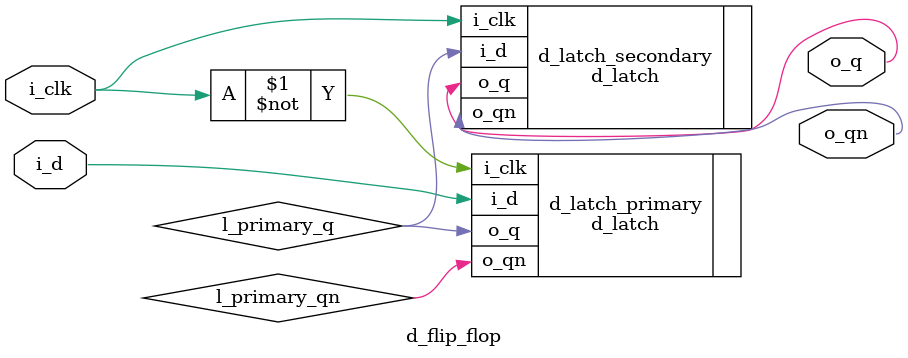
<source format=sv>
module d_flip_flop ( input logic i_d, i_clk,
                     output logic o_q, o_qn );

    logic l_primary_q, l_primary_qn;
    
    d_latch d_latch_primary ( .i_d(i_d), .i_clk(~i_clk), .o_q(l_primary_q), .o_qn(l_primary_qn) );
    d_latch d_latch_secondary ( .i_d(l_primary_q), .i_clk(i_clk), .o_q(o_q), .o_qn(o_qn) );
endmodule
</source>
